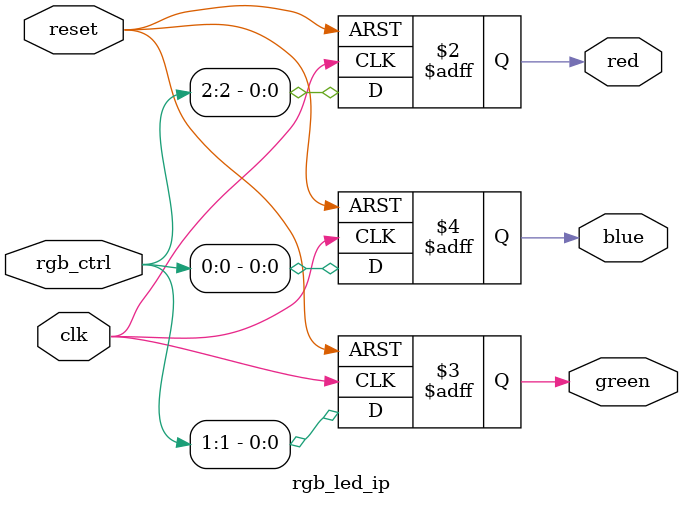
<source format=sv>
`timescale 1ns / 1ps

module rgb_led (
    // global signal
    input  logic        PCLK,
    input  logic        PRESET,
    // APB Interface Signals
    input  logic [ 3:0] PADDR,
    input  logic [31:0] PWDATA,
    input  logic        PWRITE,
    input  logic        PENABLE,
    input  logic        PSEL,
    output logic [31:0] PRDATA,
    output logic        PREADY,
    // internal signals
    output logic        red,
    output logic        green,
    output logic        blue
);
    logic [2:0] rgbCtrlReg;

    APB_rgb u_APB_rgb (
        .PCLK      (PCLK),
        .PRESET    (PRESET),
        .PADDR     (PADDR),
        .PWDATA    (PWDATA),
        .PWRITE    (PWRITE),
        .PENABLE   (PENABLE),
        .PSEL      (PSEL),
        .PRDATA    (PRDATA),
        .PREADY    (PREADY),
        .rgbCtrlReg(rgbCtrlReg)
    );

    rgb_led_ip u_rgb_led_ip (
        .clk     (PCLK),
        .reset   (PRESET),
        .rgb_ctrl(rgbCtrlReg),
        .red     (red),
        .green   (green),
        .blue    (blue)
    );


endmodule

module APB_rgb (
    // global signal
    input  logic        PCLK,
    input  logic        PRESET,
    // APB Interface Signals
    input  logic [ 3:0] PADDR,
    input  logic [31:0] PWDATA,
    input  logic        PWRITE,
    input  logic        PENABLE,
    input  logic        PSEL,
    output logic [31:0] PRDATA,
    output logic        PREADY,
    // internal signals
    output logic [ 2:0] rgbCtrlReg
);
    logic [31:0] slv_reg0;  //, slv_reg1, slv_reg2, slv_reg3;

    assign rgbCtrlReg = slv_reg0[2:0];

    always_ff @(posedge PCLK, posedge PRESET) begin
        if (PRESET) begin
            slv_reg0 <= 0;
            // slv_reg1 <= 0;
            // slv_reg2 <= 0;
            // slv_reg3 <= 0;
        end else begin
            if (PSEL && PENABLE) begin
                PREADY <= 1'b1;
                if (PWRITE) begin
                    case (PADDR[3:2])
                        2'd0: slv_reg0 <= PWDATA;
                        // 2'd1: slv_reg1 <= PWDATA;
                        // 2'd2: slv_reg2 <= PWDATA;
                        // 2'd3: slv_reg3 <= PWDATA;
                    endcase
                end else begin
                    PRDATA <= 32'bx;
                    case (PADDR[3:2])
                        2'd0: PRDATA <= slv_reg0;
                        // 2'd1: PRDATA <= slv_reg1;
                        // 2'd2: PRDATA <= slv_reg2;
                        // 2'd3: PRDATA <= slv_reg3;
                    endcase
                end
            end else begin
                PREADY <= 1'b0;
            end
        end
    end

endmodule

module rgb_led_ip (
    input  logic       clk,
    input  logic       reset,
    input  logic [2:0] rgb_ctrl,
    output logic       red,
    output logic       green,
    output logic       blue
);

    always_ff @(posedge clk, posedge reset) begin
        if (reset) begin
            red   <= 0;
            green <= 0;
            blue  <= 0;
        end else begin
            red   <= rgb_ctrl[2];
            green <= rgb_ctrl[1];
            blue  <= rgb_ctrl[0];
        end
    end
endmodule

</source>
